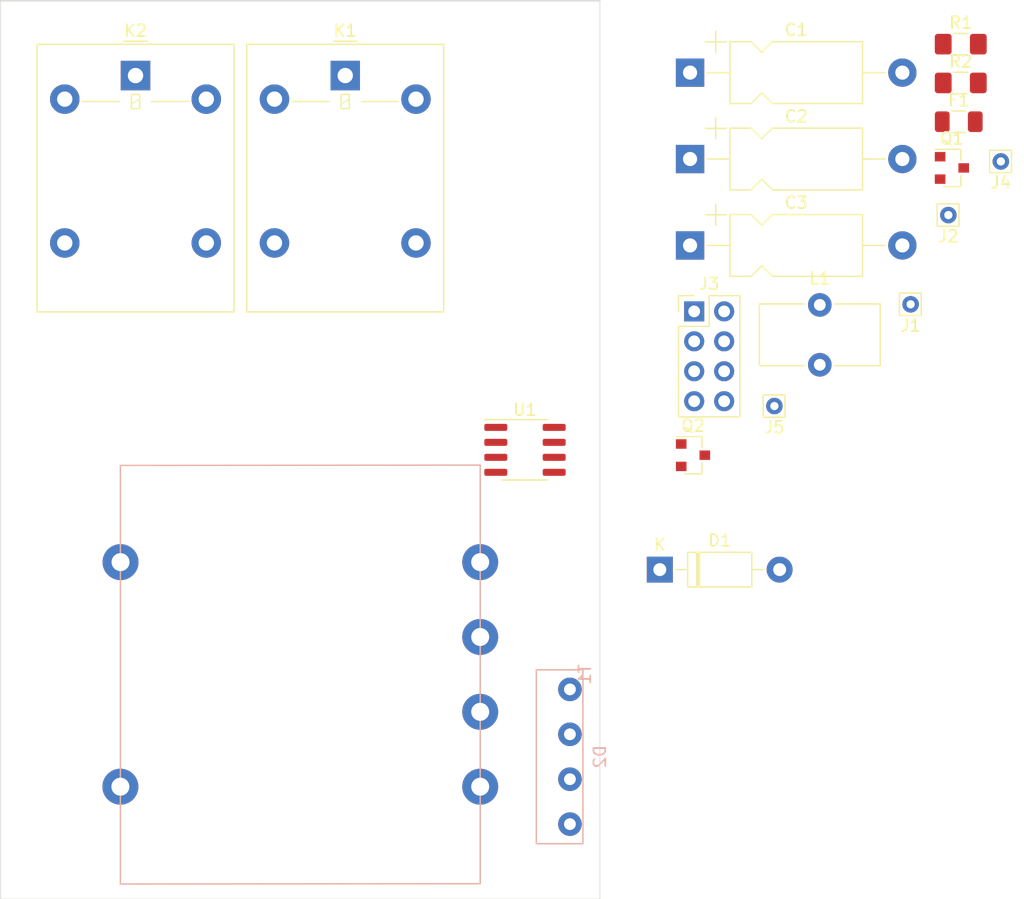
<source format=kicad_pcb>
(kicad_pcb (version 20171130) (host pcbnew 5.1.5+dfsg1-2build2)

  (general
    (thickness 1.6)
    (drawings 4)
    (tracks 0)
    (zones 0)
    (modules 20)
    (nets 17)
  )

  (page A4)
  (layers
    (0 F.Cu signal)
    (31 B.Cu signal)
    (32 B.Adhes user)
    (33 F.Adhes user)
    (34 B.Paste user)
    (35 F.Paste user)
    (36 B.SilkS user)
    (37 F.SilkS user)
    (38 B.Mask user)
    (39 F.Mask user)
    (40 Dwgs.User user)
    (41 Cmts.User user)
    (42 Eco1.User user)
    (43 Eco2.User user)
    (44 Edge.Cuts user)
    (45 Margin user)
    (46 B.CrtYd user)
    (47 F.CrtYd user)
    (48 B.Fab user)
    (49 F.Fab user)
  )

  (setup
    (last_trace_width 0.25)
    (trace_clearance 0.2)
    (zone_clearance 0.508)
    (zone_45_only no)
    (trace_min 0.2)
    (via_size 0.8)
    (via_drill 0.4)
    (via_min_size 0.4)
    (via_min_drill 0.3)
    (uvia_size 0.3)
    (uvia_drill 0.1)
    (uvias_allowed no)
    (uvia_min_size 0.2)
    (uvia_min_drill 0.1)
    (edge_width 0.05)
    (segment_width 0.2)
    (pcb_text_width 0.3)
    (pcb_text_size 1.5 1.5)
    (mod_edge_width 0.12)
    (mod_text_size 1 1)
    (mod_text_width 0.15)
    (pad_size 1.524 1.524)
    (pad_drill 0.762)
    (pad_to_mask_clearance 0.051)
    (solder_mask_min_width 0.25)
    (aux_axis_origin 0 0)
    (visible_elements FEFFFF7F)
    (pcbplotparams
      (layerselection 0x010fc_ffffffff)
      (usegerberextensions false)
      (usegerberattributes false)
      (usegerberadvancedattributes false)
      (creategerberjobfile false)
      (excludeedgelayer true)
      (linewidth 0.100000)
      (plotframeref false)
      (viasonmask false)
      (mode 1)
      (useauxorigin false)
      (hpglpennumber 1)
      (hpglpenspeed 20)
      (hpglpendiameter 15.000000)
      (psnegative false)
      (psa4output false)
      (plotreference true)
      (plotvalue true)
      (plotinvisibletext false)
      (padsonsilk false)
      (subtractmaskfromsilk false)
      (outputformat 1)
      (mirror false)
      (drillshape 1)
      (scaleselection 1)
      (outputdirectory ""))
  )

  (net 0 "")
  (net 1 GND)
  (net 2 +12V)
  (net 3 +3V3)
  (net 4 "Net-(D1-Pad1)")
  (net 5 "Net-(D2-Pad3)")
  (net 6 "Net-(D2-Pad2)")
  (net 7 "Net-(F1-Pad1)")
  (net 8 "Net-(J1-Pad1)")
  (net 9 "Net-(J2-Pad1)")
  (net 10 GPIO0)
  (net 11 GPIO2)
  (net 12 "Net-(J4-Pad1)")
  (net 13 "Net-(J5-Pad1)")
  (net 14 "Net-(K1-Pad2)")
  (net 15 "Net-(K2-Pad2)")
  (net 16 "Net-(T1-Pad6)")

  (net_class Default "This is the default net class."
    (clearance 0.2)
    (trace_width 0.25)
    (via_dia 0.8)
    (via_drill 0.4)
    (uvia_dia 0.3)
    (uvia_drill 0.1)
    (add_net +12V)
    (add_net +3V3)
    (add_net GND)
    (add_net GPIO0)
    (add_net GPIO1)
    (add_net GPIO2)
    (add_net GPIO3)
    (add_net "Net-(D1-Pad1)")
    (add_net "Net-(D2-Pad2)")
    (add_net "Net-(D2-Pad3)")
    (add_net "Net-(F1-Pad1)")
    (add_net "Net-(J1-Pad1)")
    (add_net "Net-(J2-Pad1)")
    (add_net "Net-(J3-Pad5)")
    (add_net "Net-(J4-Pad1)")
    (add_net "Net-(J5-Pad1)")
    (add_net "Net-(K1-Pad2)")
    (add_net "Net-(K1-Pad4)")
    (add_net "Net-(K2-Pad2)")
    (add_net "Net-(K2-Pad4)")
    (add_net "Net-(T1-Pad6)")
    (add_net "Net-(U1-Pad1)")
    (add_net "Net-(U1-Pad2)")
    (add_net "Net-(U1-Pad3)")
    (add_net VAC+)
    (add_net VAC-)
  )

  (module cad:F16-150-C2 (layer B.Cu) (tedit 5F813932) (tstamp 5F81E0C0)
    (at 25.4 57.15 90)
    (path /5F857634)
    (fp_text reference T1 (at 0 24.13 90) (layer B.SilkS)
      (effects (font (size 1 1) (thickness 0.15)) (justify mirror))
    )
    (fp_text value F16-150-C2 (at 0 25.4 90) (layer B.Fab)
      (effects (font (size 1 1) (thickness 0.15)) (justify mirror))
    )
    (fp_line (start 17.7292 -15.2527) (end 17.7546 15.2527) (layer B.SilkS) (width 0.12))
    (fp_line (start -17.7546 15.2527) (end -17.78 -15.2527) (layer B.SilkS) (width 0.12))
    (fp_line (start -17.78 -15.2527) (end 17.7292 -15.2527) (layer B.SilkS) (width 0.12))
    (fp_line (start -17.7546 15.2527) (end 17.7546 15.2527) (layer B.SilkS) (width 0.12))
    (pad 4 thru_hole circle (at 9.525 -15.24 90) (size 3.048 3.048) (drill 1.524) (layers *.Cu *.Mask))
    (pad 1 thru_hole circle (at -9.525 -15.2527 90) (size 3.048 3.048) (drill 1.524) (layers *.Cu *.Mask)
      (net 7 "Net-(F1-Pad1)"))
    (pad 8 thru_hole circle (at 9.525 15.2527 90) (size 3.048 3.048) (drill 1.524) (layers *.Cu *.Mask)
      (net 5 "Net-(D2-Pad3)"))
    (pad 7 thru_hole circle (at 3.175 15.2527 90) (size 3.048 3.048) (drill 1.524) (layers *.Cu *.Mask)
      (net 16 "Net-(T1-Pad6)"))
    (pad 6 thru_hole circle (at -3.175 15.2527 90) (size 3.048 3.048) (drill 1.524) (layers *.Cu *.Mask)
      (net 16 "Net-(T1-Pad6)"))
    (pad 5 thru_hole circle (at -9.525 15.2527 90) (size 3.048 3.048) (drill 1.524) (layers *.Cu *.Mask)
      (net 6 "Net-(D2-Pad2)"))
  )

  (module Package_SO:SOIC-8_3.9x4.9mm_P1.27mm (layer F.Cu) (tedit 5D9F72B1) (tstamp 5F81846D)
    (at 44.45 38.1)
    (descr "SOIC, 8 Pin (JEDEC MS-012AA, https://www.analog.com/media/en/package-pcb-resources/package/pkg_pdf/soic_narrow-r/r_8.pdf), generated with kicad-footprint-generator ipc_gullwing_generator.py")
    (tags "SOIC SO")
    (path /5F7D965B)
    (attr smd)
    (fp_text reference U1 (at 0 -3.4) (layer F.SilkS)
      (effects (font (size 1 1) (thickness 0.15)))
    )
    (fp_text value LM2594HVM-3.3 (at 0 3.4) (layer F.Fab)
      (effects (font (size 1 1) (thickness 0.15)))
    )
    (fp_text user %R (at 0 0) (layer F.Fab)
      (effects (font (size 0.98 0.98) (thickness 0.15)))
    )
    (fp_line (start 3.7 -2.7) (end -3.7 -2.7) (layer F.CrtYd) (width 0.05))
    (fp_line (start 3.7 2.7) (end 3.7 -2.7) (layer F.CrtYd) (width 0.05))
    (fp_line (start -3.7 2.7) (end 3.7 2.7) (layer F.CrtYd) (width 0.05))
    (fp_line (start -3.7 -2.7) (end -3.7 2.7) (layer F.CrtYd) (width 0.05))
    (fp_line (start -1.95 -1.475) (end -0.975 -2.45) (layer F.Fab) (width 0.1))
    (fp_line (start -1.95 2.45) (end -1.95 -1.475) (layer F.Fab) (width 0.1))
    (fp_line (start 1.95 2.45) (end -1.95 2.45) (layer F.Fab) (width 0.1))
    (fp_line (start 1.95 -2.45) (end 1.95 2.45) (layer F.Fab) (width 0.1))
    (fp_line (start -0.975 -2.45) (end 1.95 -2.45) (layer F.Fab) (width 0.1))
    (fp_line (start 0 -2.56) (end -3.45 -2.56) (layer F.SilkS) (width 0.12))
    (fp_line (start 0 -2.56) (end 1.95 -2.56) (layer F.SilkS) (width 0.12))
    (fp_line (start 0 2.56) (end -1.95 2.56) (layer F.SilkS) (width 0.12))
    (fp_line (start 0 2.56) (end 1.95 2.56) (layer F.SilkS) (width 0.12))
    (pad 8 smd roundrect (at 2.475 -1.905) (size 1.95 0.6) (layers F.Cu F.Paste F.Mask) (roundrect_rratio 0.25)
      (net 4 "Net-(D1-Pad1)"))
    (pad 7 smd roundrect (at 2.475 -0.635) (size 1.95 0.6) (layers F.Cu F.Paste F.Mask) (roundrect_rratio 0.25)
      (net 2 +12V))
    (pad 6 smd roundrect (at 2.475 0.635) (size 1.95 0.6) (layers F.Cu F.Paste F.Mask) (roundrect_rratio 0.25)
      (net 1 GND))
    (pad 5 smd roundrect (at 2.475 1.905) (size 1.95 0.6) (layers F.Cu F.Paste F.Mask) (roundrect_rratio 0.25)
      (net 1 GND))
    (pad 4 smd roundrect (at -2.475 1.905) (size 1.95 0.6) (layers F.Cu F.Paste F.Mask) (roundrect_rratio 0.25)
      (net 3 +3V3))
    (pad 3 smd roundrect (at -2.475 0.635) (size 1.95 0.6) (layers F.Cu F.Paste F.Mask) (roundrect_rratio 0.25))
    (pad 2 smd roundrect (at -2.475 -0.635) (size 1.95 0.6) (layers F.Cu F.Paste F.Mask) (roundrect_rratio 0.25))
    (pad 1 smd roundrect (at -2.475 -1.905) (size 1.95 0.6) (layers F.Cu F.Paste F.Mask) (roundrect_rratio 0.25))
    (model ${KISYS3DMOD}/Package_SO.3dshapes/SOIC-8_3.9x4.9mm_P1.27mm.wrl
      (at (xyz 0 0 0))
      (scale (xyz 1 1 1))
      (rotate (xyz 0 0 0))
    )
  )

  (module Resistor_SMD:R_1206_3216Metric_Pad1.42x1.75mm_HandSolder (layer F.Cu) (tedit 5B301BBD) (tstamp 5F8178CA)
    (at 81.395001 6.975001)
    (descr "Resistor SMD 1206 (3216 Metric), square (rectangular) end terminal, IPC_7351 nominal with elongated pad for handsoldering. (Body size source: http://www.tortai-tech.com/upload/download/2011102023233369053.pdf), generated with kicad-footprint-generator")
    (tags "resistor handsolder")
    (path /5F8DB9CA)
    (attr smd)
    (fp_text reference R2 (at 0 -1.82) (layer F.SilkS)
      (effects (font (size 1 1) (thickness 0.15)))
    )
    (fp_text value 10K (at 0 1.82) (layer F.Fab)
      (effects (font (size 1 1) (thickness 0.15)))
    )
    (fp_text user %R (at 0 0) (layer F.Fab)
      (effects (font (size 0.8 0.8) (thickness 0.12)))
    )
    (fp_line (start 2.45 1.12) (end -2.45 1.12) (layer F.CrtYd) (width 0.05))
    (fp_line (start 2.45 -1.12) (end 2.45 1.12) (layer F.CrtYd) (width 0.05))
    (fp_line (start -2.45 -1.12) (end 2.45 -1.12) (layer F.CrtYd) (width 0.05))
    (fp_line (start -2.45 1.12) (end -2.45 -1.12) (layer F.CrtYd) (width 0.05))
    (fp_line (start -0.602064 0.91) (end 0.602064 0.91) (layer F.SilkS) (width 0.12))
    (fp_line (start -0.602064 -0.91) (end 0.602064 -0.91) (layer F.SilkS) (width 0.12))
    (fp_line (start 1.6 0.8) (end -1.6 0.8) (layer F.Fab) (width 0.1))
    (fp_line (start 1.6 -0.8) (end 1.6 0.8) (layer F.Fab) (width 0.1))
    (fp_line (start -1.6 -0.8) (end 1.6 -0.8) (layer F.Fab) (width 0.1))
    (fp_line (start -1.6 0.8) (end -1.6 -0.8) (layer F.Fab) (width 0.1))
    (pad 2 smd roundrect (at 1.4875 0) (size 1.425 1.75) (layers F.Cu F.Paste F.Mask) (roundrect_rratio 0.175439)
      (net 1 GND))
    (pad 1 smd roundrect (at -1.4875 0) (size 1.425 1.75) (layers F.Cu F.Paste F.Mask) (roundrect_rratio 0.175439)
      (net 10 GPIO0))
    (model ${KISYS3DMOD}/Resistor_SMD.3dshapes/R_1206_3216Metric.wrl
      (at (xyz 0 0 0))
      (scale (xyz 1 1 1))
      (rotate (xyz 0 0 0))
    )
  )

  (module Resistor_SMD:R_1206_3216Metric_Pad1.42x1.75mm_HandSolder (layer F.Cu) (tedit 5B301BBD) (tstamp 5F8178B9)
    (at 81.395001 3.685001)
    (descr "Resistor SMD 1206 (3216 Metric), square (rectangular) end terminal, IPC_7351 nominal with elongated pad for handsoldering. (Body size source: http://www.tortai-tech.com/upload/download/2011102023233369053.pdf), generated with kicad-footprint-generator")
    (tags "resistor handsolder")
    (path /5F84B17D)
    (attr smd)
    (fp_text reference R1 (at 0 -1.82) (layer F.SilkS)
      (effects (font (size 1 1) (thickness 0.15)))
    )
    (fp_text value 10K (at 0 1.82) (layer F.Fab)
      (effects (font (size 1 1) (thickness 0.15)))
    )
    (fp_text user %R (at 0 0) (layer F.Fab)
      (effects (font (size 0.8 0.8) (thickness 0.12)))
    )
    (fp_line (start 2.45 1.12) (end -2.45 1.12) (layer F.CrtYd) (width 0.05))
    (fp_line (start 2.45 -1.12) (end 2.45 1.12) (layer F.CrtYd) (width 0.05))
    (fp_line (start -2.45 -1.12) (end 2.45 -1.12) (layer F.CrtYd) (width 0.05))
    (fp_line (start -2.45 1.12) (end -2.45 -1.12) (layer F.CrtYd) (width 0.05))
    (fp_line (start -0.602064 0.91) (end 0.602064 0.91) (layer F.SilkS) (width 0.12))
    (fp_line (start -0.602064 -0.91) (end 0.602064 -0.91) (layer F.SilkS) (width 0.12))
    (fp_line (start 1.6 0.8) (end -1.6 0.8) (layer F.Fab) (width 0.1))
    (fp_line (start 1.6 -0.8) (end 1.6 0.8) (layer F.Fab) (width 0.1))
    (fp_line (start -1.6 -0.8) (end 1.6 -0.8) (layer F.Fab) (width 0.1))
    (fp_line (start -1.6 0.8) (end -1.6 -0.8) (layer F.Fab) (width 0.1))
    (pad 2 smd roundrect (at 1.4875 0) (size 1.425 1.75) (layers F.Cu F.Paste F.Mask) (roundrect_rratio 0.175439)
      (net 1 GND))
    (pad 1 smd roundrect (at -1.4875 0) (size 1.425 1.75) (layers F.Cu F.Paste F.Mask) (roundrect_rratio 0.175439)
      (net 11 GPIO2))
    (model ${KISYS3DMOD}/Resistor_SMD.3dshapes/R_1206_3216Metric.wrl
      (at (xyz 0 0 0))
      (scale (xyz 1 1 1))
      (rotate (xyz 0 0 0))
    )
  )

  (module Package_TO_SOT_SMD:SOT-23 (layer F.Cu) (tedit 5A02FF57) (tstamp 5F8178A8)
    (at 58.695001 38.555001)
    (descr "SOT-23, Standard")
    (tags SOT-23)
    (path /5F8DB9D5)
    (attr smd)
    (fp_text reference Q2 (at 0 -2.5) (layer F.SilkS)
      (effects (font (size 1 1) (thickness 0.15)))
    )
    (fp_text value BSS138 (at 0 2.5) (layer F.Fab)
      (effects (font (size 1 1) (thickness 0.15)))
    )
    (fp_line (start 0.76 1.58) (end -0.7 1.58) (layer F.SilkS) (width 0.12))
    (fp_line (start 0.76 -1.58) (end -1.4 -1.58) (layer F.SilkS) (width 0.12))
    (fp_line (start -1.7 1.75) (end -1.7 -1.75) (layer F.CrtYd) (width 0.05))
    (fp_line (start 1.7 1.75) (end -1.7 1.75) (layer F.CrtYd) (width 0.05))
    (fp_line (start 1.7 -1.75) (end 1.7 1.75) (layer F.CrtYd) (width 0.05))
    (fp_line (start -1.7 -1.75) (end 1.7 -1.75) (layer F.CrtYd) (width 0.05))
    (fp_line (start 0.76 -1.58) (end 0.76 -0.65) (layer F.SilkS) (width 0.12))
    (fp_line (start 0.76 1.58) (end 0.76 0.65) (layer F.SilkS) (width 0.12))
    (fp_line (start -0.7 1.52) (end 0.7 1.52) (layer F.Fab) (width 0.1))
    (fp_line (start 0.7 -1.52) (end 0.7 1.52) (layer F.Fab) (width 0.1))
    (fp_line (start -0.7 -0.95) (end -0.15 -1.52) (layer F.Fab) (width 0.1))
    (fp_line (start -0.15 -1.52) (end 0.7 -1.52) (layer F.Fab) (width 0.1))
    (fp_line (start -0.7 -0.95) (end -0.7 1.5) (layer F.Fab) (width 0.1))
    (fp_text user %R (at 0 0 90) (layer F.Fab)
      (effects (font (size 0.5 0.5) (thickness 0.075)))
    )
    (pad 3 smd rect (at 1 0) (size 0.9 0.8) (layers F.Cu F.Paste F.Mask)
      (net 15 "Net-(K2-Pad2)"))
    (pad 2 smd rect (at -1 0.95) (size 0.9 0.8) (layers F.Cu F.Paste F.Mask)
      (net 1 GND))
    (pad 1 smd rect (at -1 -0.95) (size 0.9 0.8) (layers F.Cu F.Paste F.Mask)
      (net 10 GPIO0))
    (model ${KISYS3DMOD}/Package_TO_SOT_SMD.3dshapes/SOT-23.wrl
      (at (xyz 0 0 0))
      (scale (xyz 1 1 1))
      (rotate (xyz 0 0 0))
    )
  )

  (module Package_TO_SOT_SMD:SOT-23 (layer F.Cu) (tedit 5A02FF57) (tstamp 5F817893)
    (at 80.645001 14.185001)
    (descr "SOT-23, Standard")
    (tags SOT-23)
    (path /5F846AA5)
    (attr smd)
    (fp_text reference Q1 (at 0 -2.5) (layer F.SilkS)
      (effects (font (size 1 1) (thickness 0.15)))
    )
    (fp_text value BSS138 (at 0 2.5) (layer F.Fab)
      (effects (font (size 1 1) (thickness 0.15)))
    )
    (fp_line (start 0.76 1.58) (end -0.7 1.58) (layer F.SilkS) (width 0.12))
    (fp_line (start 0.76 -1.58) (end -1.4 -1.58) (layer F.SilkS) (width 0.12))
    (fp_line (start -1.7 1.75) (end -1.7 -1.75) (layer F.CrtYd) (width 0.05))
    (fp_line (start 1.7 1.75) (end -1.7 1.75) (layer F.CrtYd) (width 0.05))
    (fp_line (start 1.7 -1.75) (end 1.7 1.75) (layer F.CrtYd) (width 0.05))
    (fp_line (start -1.7 -1.75) (end 1.7 -1.75) (layer F.CrtYd) (width 0.05))
    (fp_line (start 0.76 -1.58) (end 0.76 -0.65) (layer F.SilkS) (width 0.12))
    (fp_line (start 0.76 1.58) (end 0.76 0.65) (layer F.SilkS) (width 0.12))
    (fp_line (start -0.7 1.52) (end 0.7 1.52) (layer F.Fab) (width 0.1))
    (fp_line (start 0.7 -1.52) (end 0.7 1.52) (layer F.Fab) (width 0.1))
    (fp_line (start -0.7 -0.95) (end -0.15 -1.52) (layer F.Fab) (width 0.1))
    (fp_line (start -0.15 -1.52) (end 0.7 -1.52) (layer F.Fab) (width 0.1))
    (fp_line (start -0.7 -0.95) (end -0.7 1.5) (layer F.Fab) (width 0.1))
    (fp_text user %R (at 0 0 90) (layer F.Fab)
      (effects (font (size 0.5 0.5) (thickness 0.075)))
    )
    (pad 3 smd rect (at 1 0) (size 0.9 0.8) (layers F.Cu F.Paste F.Mask)
      (net 14 "Net-(K1-Pad2)"))
    (pad 2 smd rect (at -1 0.95) (size 0.9 0.8) (layers F.Cu F.Paste F.Mask)
      (net 1 GND))
    (pad 1 smd rect (at -1 -0.95) (size 0.9 0.8) (layers F.Cu F.Paste F.Mask)
      (net 11 GPIO2))
    (model ${KISYS3DMOD}/Package_TO_SOT_SMD.3dshapes/SOT-23.wrl
      (at (xyz 0 0 0))
      (scale (xyz 1 1 1))
      (rotate (xyz 0 0 0))
    )
  )

  (module Inductor_THT:L_Toroid_Vertical_L10.0mm_W5.0mm_P5.08mm (layer F.Cu) (tedit 5AE59B06) (tstamp 5F81787E)
    (at 69.445001 25.805001)
    (descr "L_Toroid, Vertical series, Radial, pin pitch=5.08mm, , length*width=10*5mm^2")
    (tags "L_Toroid Vertical series Radial pin pitch 5.08mm  length 10mm width 5mm")
    (path /5F7D96AB)
    (fp_text reference L1 (at 0 -2.25) (layer F.SilkS)
      (effects (font (size 1 1) (thickness 0.15)))
    )
    (fp_text value 150uH (at 0 7.33) (layer F.Fab)
      (effects (font (size 1 1) (thickness 0.15)))
    )
    (fp_text user %R (at 2.54 0) (layer F.Fab)
      (effects (font (size 1 1) (thickness 0.15)))
    )
    (fp_line (start 5.25 -1.25) (end -5.25 -1.25) (layer F.CrtYd) (width 0.05))
    (fp_line (start 5.25 6.33) (end 5.25 -1.25) (layer F.CrtYd) (width 0.05))
    (fp_line (start -5.25 6.33) (end 5.25 6.33) (layer F.CrtYd) (width 0.05))
    (fp_line (start -5.25 -1.25) (end -5.25 6.33) (layer F.CrtYd) (width 0.05))
    (fp_line (start 5.12 -0.08) (end 5.12 5.16) (layer F.SilkS) (width 0.12))
    (fp_line (start -5.12 -0.08) (end -5.12 5.16) (layer F.SilkS) (width 0.12))
    (fp_line (start 1.255 5.16) (end 5.12 5.16) (layer F.SilkS) (width 0.12))
    (fp_line (start -5.12 5.16) (end -1.255 5.16) (layer F.SilkS) (width 0.12))
    (fp_line (start 1.255 -0.08) (end 5.12 -0.08) (layer F.SilkS) (width 0.12))
    (fp_line (start -5.12 -0.08) (end -1.255 -0.08) (layer F.SilkS) (width 0.12))
    (fp_line (start 3.2 0) (end 3.6 5.08) (layer F.Fab) (width 0.1))
    (fp_line (start 2.4 0) (end 2.8 5.08) (layer F.Fab) (width 0.1))
    (fp_line (start 1.6 0) (end 2 5.08) (layer F.Fab) (width 0.1))
    (fp_line (start 0.8 0) (end 1.2 5.08) (layer F.Fab) (width 0.1))
    (fp_line (start 0 0) (end 0.4 5.08) (layer F.Fab) (width 0.1))
    (fp_line (start -0.8 0) (end -0.4 5.08) (layer F.Fab) (width 0.1))
    (fp_line (start -1.6 0) (end -1.2 5.08) (layer F.Fab) (width 0.1))
    (fp_line (start -2.4 0) (end -2 5.08) (layer F.Fab) (width 0.1))
    (fp_line (start -3.2 0) (end -2.8 5.08) (layer F.Fab) (width 0.1))
    (fp_line (start -4 0) (end -3.6 5.08) (layer F.Fab) (width 0.1))
    (fp_line (start 4 0) (end -4 0) (layer F.Fab) (width 0.1))
    (fp_line (start 4 5.08) (end 4 0) (layer F.Fab) (width 0.1))
    (fp_line (start -4 5.08) (end 4 5.08) (layer F.Fab) (width 0.1))
    (fp_line (start -4 0) (end -4 5.08) (layer F.Fab) (width 0.1))
    (fp_line (start 5 0.04) (end -5 0.04) (layer F.Fab) (width 0.1))
    (fp_line (start 5 5.04) (end 5 0.04) (layer F.Fab) (width 0.1))
    (fp_line (start -5 5.04) (end 5 5.04) (layer F.Fab) (width 0.1))
    (fp_line (start -5 0.04) (end -5 5.04) (layer F.Fab) (width 0.1))
    (pad 2 thru_hole circle (at 0 5.08) (size 2 2) (drill 1) (layers *.Cu *.Mask)
      (net 3 +3V3))
    (pad 1 thru_hole circle (at 0 0) (size 2 2) (drill 1) (layers *.Cu *.Mask)
      (net 4 "Net-(D1-Pad1)"))
    (model ${KISYS3DMOD}/Inductor_THT.3dshapes/L_Toroid_Vertical_L10.0mm_W5.0mm_P5.08mm.wrl
      (at (xyz 0 0 0))
      (scale (xyz 1 1 1))
      (rotate (xyz 0 0 0))
    )
  )

  (module Relay_THT:Relay_SPDT_Omron-G5LE-1 (layer F.Cu) (tedit 5AE38B37) (tstamp 5F81785B)
    (at 11.43 6.35)
    (descr "Omron Relay SPDT, http://www.omron.com/ecb/products/pdf/en-g5le.pdf")
    (tags "Omron Relay SPDT")
    (path /5F8DB9AD)
    (fp_text reference K2 (at 0 -3.8) (layer F.SilkS)
      (effects (font (size 1 1) (thickness 0.15)))
    )
    (fp_text value G5LE-1 (at 0 20.95) (layer F.Fab)
      (effects (font (size 1 1) (thickness 0.15)))
    )
    (fp_text user %R (at 0 8.7) (layer F.Fab)
      (effects (font (size 1 1) (thickness 0.15)))
    )
    (fp_line (start -8.5 20.2) (end 8.5 20.2) (layer F.CrtYd) (width 0.05))
    (fp_line (start -8.5 -2.8) (end -8.5 20.2) (layer F.CrtYd) (width 0.05))
    (fp_line (start 8.5 -2.8) (end -8.5 -2.8) (layer F.CrtYd) (width 0.05))
    (fp_line (start 8.5 20.2) (end 8.5 -2.8) (layer F.CrtYd) (width 0.05))
    (fp_line (start 1.35 2.2) (end 4.5 2.2) (layer F.SilkS) (width 0.12))
    (fp_line (start -4.5 2.2) (end -1.35 2.2) (layer F.SilkS) (width 0.12))
    (fp_line (start -1 -2.91) (end 1 -2.91) (layer F.SilkS) (width 0.12))
    (fp_line (start -0.35 2.8) (end 0.35 2.8) (layer F.SilkS) (width 0.12))
    (fp_line (start -0.35 1.6) (end -0.35 2.8) (layer F.SilkS) (width 0.12))
    (fp_line (start 0.35 1.6) (end -0.35 1.6) (layer F.SilkS) (width 0.12))
    (fp_line (start 0.35 2.8) (end 0.35 1.6) (layer F.SilkS) (width 0.12))
    (fp_line (start -0.35 2.4) (end 0.35 2) (layer F.SilkS) (width 0.12))
    (fp_line (start -8.35 20.05) (end 8.35 20.05) (layer F.SilkS) (width 0.12))
    (fp_line (start -8.35 -2.65) (end -8.35 20.05) (layer F.SilkS) (width 0.12))
    (fp_line (start 8.35 -2.65) (end -8.35 -2.65) (layer F.SilkS) (width 0.12))
    (fp_line (start 8.35 20.05) (end 8.35 -2.65) (layer F.SilkS) (width 0.12))
    (fp_line (start -4.5 2) (end 4.5 2) (layer F.Fab) (width 0.1))
    (fp_line (start -1 -2.55) (end 0 -1.55) (layer F.Fab) (width 0.1))
    (fp_line (start -8.25 -2.55) (end -1 -2.55) (layer F.Fab) (width 0.1))
    (fp_line (start -8.25 19.95) (end -8.25 -2.55) (layer F.Fab) (width 0.1))
    (fp_line (start 8.25 19.95) (end -8.25 19.95) (layer F.Fab) (width 0.1))
    (fp_line (start 8.25 -2.55) (end 8.25 19.95) (layer F.Fab) (width 0.1))
    (fp_line (start 1 -2.55) (end 8.25 -2.55) (layer F.Fab) (width 0.1))
    (fp_line (start 0 -1.55) (end 1 -2.55) (layer F.Fab) (width 0.1))
    (pad 5 thru_hole oval (at 6 2) (size 2.5 2.5) (drill 1.3) (layers *.Cu *.Mask)
      (net 2 +12V))
    (pad 4 thru_hole oval (at 6 14.2) (size 2.5 2.5) (drill 1.3) (layers *.Cu *.Mask))
    (pad 3 thru_hole oval (at -6 14.2) (size 2.5 2.5) (drill 1.3) (layers *.Cu *.Mask)
      (net 13 "Net-(J5-Pad1)"))
    (pad 2 thru_hole oval (at -6 2) (size 2.5 2.5) (drill 1.3) (layers *.Cu *.Mask)
      (net 15 "Net-(K2-Pad2)"))
    (pad 1 thru_hole rect (at 0 0) (size 2.5 2.5) (drill 1.3) (layers *.Cu *.Mask)
      (net 9 "Net-(J2-Pad1)"))
    (model ${KISYS3DMOD}/Relay_THT.3dshapes/Relay_SPDT_Omron-G5LE-1.wrl
      (at (xyz 0 0 0))
      (scale (xyz 1 1 1))
      (rotate (xyz 0 0 0))
    )
  )

  (module Relay_THT:Relay_SPDT_Omron-G5LE-1 (layer F.Cu) (tedit 5AE38B37) (tstamp 5F817839)
    (at 29.21 6.35)
    (descr "Omron Relay SPDT, http://www.omron.com/ecb/products/pdf/en-g5le.pdf")
    (tags "Omron Relay SPDT")
    (path /5F83EE27)
    (fp_text reference K1 (at 0 -3.8) (layer F.SilkS)
      (effects (font (size 1 1) (thickness 0.15)))
    )
    (fp_text value G5LE-1 (at 0 20.95) (layer F.Fab)
      (effects (font (size 1 1) (thickness 0.15)))
    )
    (fp_text user %R (at 0 8.7) (layer F.Fab)
      (effects (font (size 1 1) (thickness 0.15)))
    )
    (fp_line (start -8.5 20.2) (end 8.5 20.2) (layer F.CrtYd) (width 0.05))
    (fp_line (start -8.5 -2.8) (end -8.5 20.2) (layer F.CrtYd) (width 0.05))
    (fp_line (start 8.5 -2.8) (end -8.5 -2.8) (layer F.CrtYd) (width 0.05))
    (fp_line (start 8.5 20.2) (end 8.5 -2.8) (layer F.CrtYd) (width 0.05))
    (fp_line (start 1.35 2.2) (end 4.5 2.2) (layer F.SilkS) (width 0.12))
    (fp_line (start -4.5 2.2) (end -1.35 2.2) (layer F.SilkS) (width 0.12))
    (fp_line (start -1 -2.91) (end 1 -2.91) (layer F.SilkS) (width 0.12))
    (fp_line (start -0.35 2.8) (end 0.35 2.8) (layer F.SilkS) (width 0.12))
    (fp_line (start -0.35 1.6) (end -0.35 2.8) (layer F.SilkS) (width 0.12))
    (fp_line (start 0.35 1.6) (end -0.35 1.6) (layer F.SilkS) (width 0.12))
    (fp_line (start 0.35 2.8) (end 0.35 1.6) (layer F.SilkS) (width 0.12))
    (fp_line (start -0.35 2.4) (end 0.35 2) (layer F.SilkS) (width 0.12))
    (fp_line (start -8.35 20.05) (end 8.35 20.05) (layer F.SilkS) (width 0.12))
    (fp_line (start -8.35 -2.65) (end -8.35 20.05) (layer F.SilkS) (width 0.12))
    (fp_line (start 8.35 -2.65) (end -8.35 -2.65) (layer F.SilkS) (width 0.12))
    (fp_line (start 8.35 20.05) (end 8.35 -2.65) (layer F.SilkS) (width 0.12))
    (fp_line (start -4.5 2) (end 4.5 2) (layer F.Fab) (width 0.1))
    (fp_line (start -1 -2.55) (end 0 -1.55) (layer F.Fab) (width 0.1))
    (fp_line (start -8.25 -2.55) (end -1 -2.55) (layer F.Fab) (width 0.1))
    (fp_line (start -8.25 19.95) (end -8.25 -2.55) (layer F.Fab) (width 0.1))
    (fp_line (start 8.25 19.95) (end -8.25 19.95) (layer F.Fab) (width 0.1))
    (fp_line (start 8.25 -2.55) (end 8.25 19.95) (layer F.Fab) (width 0.1))
    (fp_line (start 1 -2.55) (end 8.25 -2.55) (layer F.Fab) (width 0.1))
    (fp_line (start 0 -1.55) (end 1 -2.55) (layer F.Fab) (width 0.1))
    (pad 5 thru_hole oval (at 6 2) (size 2.5 2.5) (drill 1.3) (layers *.Cu *.Mask)
      (net 2 +12V))
    (pad 4 thru_hole oval (at 6 14.2) (size 2.5 2.5) (drill 1.3) (layers *.Cu *.Mask))
    (pad 3 thru_hole oval (at -6 14.2) (size 2.5 2.5) (drill 1.3) (layers *.Cu *.Mask)
      (net 12 "Net-(J4-Pad1)"))
    (pad 2 thru_hole oval (at -6 2) (size 2.5 2.5) (drill 1.3) (layers *.Cu *.Mask)
      (net 14 "Net-(K1-Pad2)"))
    (pad 1 thru_hole rect (at 0 0) (size 2.5 2.5) (drill 1.3) (layers *.Cu *.Mask)
      (net 8 "Net-(J1-Pad1)"))
    (model ${KISYS3DMOD}/Relay_THT.3dshapes/Relay_SPDT_Omron-G5LE-1.wrl
      (at (xyz 0 0 0))
      (scale (xyz 1 1 1))
      (rotate (xyz 0 0 0))
    )
  )

  (module Connector_Pin:Pin_D0.7mm_L6.5mm_W1.8mm_FlatFork (layer F.Cu) (tedit 5A1DC084) (tstamp 5F817817)
    (at 65.595001 34.385001)
    (descr "solder Pin_ with flat fork, hole diameter 0.7mm, length 6.5mm, width 1.8mm")
    (tags "solder Pin_ with flat fork")
    (path /5F8DB9F6)
    (fp_text reference J5 (at 0 1.8) (layer F.SilkS)
      (effects (font (size 1 1) (thickness 0.15)))
    )
    (fp_text value IN2- (at 0 -1.8) (layer F.Fab)
      (effects (font (size 1 1) (thickness 0.15)))
    )
    (fp_line (start 1.35 1.2) (end -1.4 1.2) (layer F.CrtYd) (width 0.05))
    (fp_line (start 1.35 1.2) (end 1.35 -1.2) (layer F.CrtYd) (width 0.05))
    (fp_line (start -1.4 -1.2) (end -1.4 1.2) (layer F.CrtYd) (width 0.05))
    (fp_line (start -1.4 -1.2) (end 1.35 -1.2) (layer F.CrtYd) (width 0.05))
    (fp_line (start -0.9 0.25) (end -0.9 -0.25) (layer F.Fab) (width 0.12))
    (fp_line (start 0.85 0.25) (end -0.9 0.25) (layer F.Fab) (width 0.12))
    (fp_line (start 0.85 -0.25) (end 0.85 0.25) (layer F.Fab) (width 0.12))
    (fp_line (start -0.9 -0.25) (end 0.85 -0.25) (layer F.Fab) (width 0.12))
    (fp_line (start 0.9 -0.95) (end -0.95 -0.95) (layer F.SilkS) (width 0.12))
    (fp_line (start 0.9 -0.9) (end 0.9 -0.95) (layer F.SilkS) (width 0.12))
    (fp_line (start 0.9 0.95) (end 0.9 -0.9) (layer F.SilkS) (width 0.12))
    (fp_line (start -0.95 0.95) (end 0.9 0.95) (layer F.SilkS) (width 0.12))
    (fp_line (start -0.95 -0.95) (end -0.95 0.95) (layer F.SilkS) (width 0.12))
    (fp_text user %R (at 0 1.8) (layer F.Fab)
      (effects (font (size 1 1) (thickness 0.15)))
    )
    (pad 1 thru_hole circle (at 0 0) (size 1.4 1.4) (drill 0.7) (layers *.Cu *.Mask)
      (net 13 "Net-(J5-Pad1)"))
    (model ${KISYS3DMOD}/Connector_Pin.3dshapes/Pin_D0.7mm_L6.5mm_W1.8mm_FlatFork.wrl
      (at (xyz 0 0 0))
      (scale (xyz 1 1 1))
      (rotate (xyz 0 0 0))
    )
  )

  (module Connector_Pin:Pin_D0.7mm_L6.5mm_W1.8mm_FlatFork (layer F.Cu) (tedit 5A1DC084) (tstamp 5F817804)
    (at 84.795001 13.635001)
    (descr "solder Pin_ with flat fork, hole diameter 0.7mm, length 6.5mm, width 1.8mm")
    (tags "solder Pin_ with flat fork")
    (path /5F8BEFE5)
    (fp_text reference J4 (at 0 1.8) (layer F.SilkS)
      (effects (font (size 1 1) (thickness 0.15)))
    )
    (fp_text value IN1- (at 0 -1.8) (layer F.Fab)
      (effects (font (size 1 1) (thickness 0.15)))
    )
    (fp_line (start 1.35 1.2) (end -1.4 1.2) (layer F.CrtYd) (width 0.05))
    (fp_line (start 1.35 1.2) (end 1.35 -1.2) (layer F.CrtYd) (width 0.05))
    (fp_line (start -1.4 -1.2) (end -1.4 1.2) (layer F.CrtYd) (width 0.05))
    (fp_line (start -1.4 -1.2) (end 1.35 -1.2) (layer F.CrtYd) (width 0.05))
    (fp_line (start -0.9 0.25) (end -0.9 -0.25) (layer F.Fab) (width 0.12))
    (fp_line (start 0.85 0.25) (end -0.9 0.25) (layer F.Fab) (width 0.12))
    (fp_line (start 0.85 -0.25) (end 0.85 0.25) (layer F.Fab) (width 0.12))
    (fp_line (start -0.9 -0.25) (end 0.85 -0.25) (layer F.Fab) (width 0.12))
    (fp_line (start 0.9 -0.95) (end -0.95 -0.95) (layer F.SilkS) (width 0.12))
    (fp_line (start 0.9 -0.9) (end 0.9 -0.95) (layer F.SilkS) (width 0.12))
    (fp_line (start 0.9 0.95) (end 0.9 -0.9) (layer F.SilkS) (width 0.12))
    (fp_line (start -0.95 0.95) (end 0.9 0.95) (layer F.SilkS) (width 0.12))
    (fp_line (start -0.95 -0.95) (end -0.95 0.95) (layer F.SilkS) (width 0.12))
    (fp_text user %R (at 0 1.8) (layer F.Fab)
      (effects (font (size 1 1) (thickness 0.15)))
    )
    (pad 1 thru_hole circle (at 0 0) (size 1.4 1.4) (drill 0.7) (layers *.Cu *.Mask)
      (net 12 "Net-(J4-Pad1)"))
    (model ${KISYS3DMOD}/Connector_Pin.3dshapes/Pin_D0.7mm_L6.5mm_W1.8mm_FlatFork.wrl
      (at (xyz 0 0 0))
      (scale (xyz 1 1 1))
      (rotate (xyz 0 0 0))
    )
  )

  (module Connector_PinHeader_2.54mm:PinHeader_2x04_P2.54mm_Vertical (layer F.Cu) (tedit 59FED5CC) (tstamp 5F8177F1)
    (at 58.795001 26.355001)
    (descr "Through hole straight pin header, 2x04, 2.54mm pitch, double rows")
    (tags "Through hole pin header THT 2x04 2.54mm double row")
    (path /5F7FE8C1)
    (fp_text reference J3 (at 1.27 -2.33) (layer F.SilkS)
      (effects (font (size 1 1) (thickness 0.15)))
    )
    (fp_text value ESP8266 (at 1.27 9.95) (layer F.Fab)
      (effects (font (size 1 1) (thickness 0.15)))
    )
    (fp_text user %R (at 1.27 3.81 90) (layer F.Fab)
      (effects (font (size 1 1) (thickness 0.15)))
    )
    (fp_line (start 4.35 -1.8) (end -1.8 -1.8) (layer F.CrtYd) (width 0.05))
    (fp_line (start 4.35 9.4) (end 4.35 -1.8) (layer F.CrtYd) (width 0.05))
    (fp_line (start -1.8 9.4) (end 4.35 9.4) (layer F.CrtYd) (width 0.05))
    (fp_line (start -1.8 -1.8) (end -1.8 9.4) (layer F.CrtYd) (width 0.05))
    (fp_line (start -1.33 -1.33) (end 0 -1.33) (layer F.SilkS) (width 0.12))
    (fp_line (start -1.33 0) (end -1.33 -1.33) (layer F.SilkS) (width 0.12))
    (fp_line (start 1.27 -1.33) (end 3.87 -1.33) (layer F.SilkS) (width 0.12))
    (fp_line (start 1.27 1.27) (end 1.27 -1.33) (layer F.SilkS) (width 0.12))
    (fp_line (start -1.33 1.27) (end 1.27 1.27) (layer F.SilkS) (width 0.12))
    (fp_line (start 3.87 -1.33) (end 3.87 8.95) (layer F.SilkS) (width 0.12))
    (fp_line (start -1.33 1.27) (end -1.33 8.95) (layer F.SilkS) (width 0.12))
    (fp_line (start -1.33 8.95) (end 3.87 8.95) (layer F.SilkS) (width 0.12))
    (fp_line (start -1.27 0) (end 0 -1.27) (layer F.Fab) (width 0.1))
    (fp_line (start -1.27 8.89) (end -1.27 0) (layer F.Fab) (width 0.1))
    (fp_line (start 3.81 8.89) (end -1.27 8.89) (layer F.Fab) (width 0.1))
    (fp_line (start 3.81 -1.27) (end 3.81 8.89) (layer F.Fab) (width 0.1))
    (fp_line (start 0 -1.27) (end 3.81 -1.27) (layer F.Fab) (width 0.1))
    (pad 8 thru_hole oval (at 2.54 7.62) (size 1.7 1.7) (drill 1) (layers *.Cu *.Mask))
    (pad 7 thru_hole oval (at 0 7.62) (size 1.7 1.7) (drill 1) (layers *.Cu *.Mask)
      (net 3 +3V3))
    (pad 6 thru_hole oval (at 2.54 5.08) (size 1.7 1.7) (drill 1) (layers *.Cu *.Mask)
      (net 10 GPIO0))
    (pad 5 thru_hole oval (at 0 5.08) (size 1.7 1.7) (drill 1) (layers *.Cu *.Mask))
    (pad 4 thru_hole oval (at 2.54 2.54) (size 1.7 1.7) (drill 1) (layers *.Cu *.Mask)
      (net 11 GPIO2))
    (pad 3 thru_hole oval (at 0 2.54) (size 1.7 1.7) (drill 1) (layers *.Cu *.Mask)
      (net 3 +3V3))
    (pad 2 thru_hole oval (at 2.54 0) (size 1.7 1.7) (drill 1) (layers *.Cu *.Mask)
      (net 1 GND))
    (pad 1 thru_hole rect (at 0 0) (size 1.7 1.7) (drill 1) (layers *.Cu *.Mask))
    (model ${KISYS3DMOD}/Connector_PinHeader_2.54mm.3dshapes/PinHeader_2x04_P2.54mm_Vertical.wrl
      (at (xyz 0 0 0))
      (scale (xyz 1 1 1))
      (rotate (xyz 0 0 0))
    )
  )

  (module Connector_Pin:Pin_D0.7mm_L6.5mm_W1.8mm_FlatFork (layer F.Cu) (tedit 5A1DC084) (tstamp 5F8177D3)
    (at 80.345001 18.185001)
    (descr "solder Pin_ with flat fork, hole diameter 0.7mm, length 6.5mm, width 1.8mm")
    (tags "solder Pin_ with flat fork")
    (path /5F8DB9EC)
    (fp_text reference J2 (at 0 1.8) (layer F.SilkS)
      (effects (font (size 1 1) (thickness 0.15)))
    )
    (fp_text value IN2+ (at 0 -1.8) (layer F.Fab)
      (effects (font (size 1 1) (thickness 0.15)))
    )
    (fp_line (start 1.35 1.2) (end -1.4 1.2) (layer F.CrtYd) (width 0.05))
    (fp_line (start 1.35 1.2) (end 1.35 -1.2) (layer F.CrtYd) (width 0.05))
    (fp_line (start -1.4 -1.2) (end -1.4 1.2) (layer F.CrtYd) (width 0.05))
    (fp_line (start -1.4 -1.2) (end 1.35 -1.2) (layer F.CrtYd) (width 0.05))
    (fp_line (start -0.9 0.25) (end -0.9 -0.25) (layer F.Fab) (width 0.12))
    (fp_line (start 0.85 0.25) (end -0.9 0.25) (layer F.Fab) (width 0.12))
    (fp_line (start 0.85 -0.25) (end 0.85 0.25) (layer F.Fab) (width 0.12))
    (fp_line (start -0.9 -0.25) (end 0.85 -0.25) (layer F.Fab) (width 0.12))
    (fp_line (start 0.9 -0.95) (end -0.95 -0.95) (layer F.SilkS) (width 0.12))
    (fp_line (start 0.9 -0.9) (end 0.9 -0.95) (layer F.SilkS) (width 0.12))
    (fp_line (start 0.9 0.95) (end 0.9 -0.9) (layer F.SilkS) (width 0.12))
    (fp_line (start -0.95 0.95) (end 0.9 0.95) (layer F.SilkS) (width 0.12))
    (fp_line (start -0.95 -0.95) (end -0.95 0.95) (layer F.SilkS) (width 0.12))
    (fp_text user %R (at 0 1.8) (layer F.Fab)
      (effects (font (size 1 1) (thickness 0.15)))
    )
    (pad 1 thru_hole circle (at 0 0) (size 1.4 1.4) (drill 0.7) (layers *.Cu *.Mask)
      (net 9 "Net-(J2-Pad1)"))
    (model ${KISYS3DMOD}/Connector_Pin.3dshapes/Pin_D0.7mm_L6.5mm_W1.8mm_FlatFork.wrl
      (at (xyz 0 0 0))
      (scale (xyz 1 1 1))
      (rotate (xyz 0 0 0))
    )
  )

  (module Connector_Pin:Pin_D0.7mm_L6.5mm_W1.8mm_FlatFork (layer F.Cu) (tedit 5A1DC084) (tstamp 5F8177C0)
    (at 77.145001 25.755001)
    (descr "solder Pin_ with flat fork, hole diameter 0.7mm, length 6.5mm, width 1.8mm")
    (tags "solder Pin_ with flat fork")
    (path /5F8BE838)
    (fp_text reference J1 (at 0 1.8) (layer F.SilkS)
      (effects (font (size 1 1) (thickness 0.15)))
    )
    (fp_text value IN1+ (at 0 -1.8) (layer F.Fab)
      (effects (font (size 1 1) (thickness 0.15)))
    )
    (fp_line (start 1.35 1.2) (end -1.4 1.2) (layer F.CrtYd) (width 0.05))
    (fp_line (start 1.35 1.2) (end 1.35 -1.2) (layer F.CrtYd) (width 0.05))
    (fp_line (start -1.4 -1.2) (end -1.4 1.2) (layer F.CrtYd) (width 0.05))
    (fp_line (start -1.4 -1.2) (end 1.35 -1.2) (layer F.CrtYd) (width 0.05))
    (fp_line (start -0.9 0.25) (end -0.9 -0.25) (layer F.Fab) (width 0.12))
    (fp_line (start 0.85 0.25) (end -0.9 0.25) (layer F.Fab) (width 0.12))
    (fp_line (start 0.85 -0.25) (end 0.85 0.25) (layer F.Fab) (width 0.12))
    (fp_line (start -0.9 -0.25) (end 0.85 -0.25) (layer F.Fab) (width 0.12))
    (fp_line (start 0.9 -0.95) (end -0.95 -0.95) (layer F.SilkS) (width 0.12))
    (fp_line (start 0.9 -0.9) (end 0.9 -0.95) (layer F.SilkS) (width 0.12))
    (fp_line (start 0.9 0.95) (end 0.9 -0.9) (layer F.SilkS) (width 0.12))
    (fp_line (start -0.95 0.95) (end 0.9 0.95) (layer F.SilkS) (width 0.12))
    (fp_line (start -0.95 -0.95) (end -0.95 0.95) (layer F.SilkS) (width 0.12))
    (fp_text user %R (at 0 1.8) (layer F.Fab)
      (effects (font (size 1 1) (thickness 0.15)))
    )
    (pad 1 thru_hole circle (at 0 0) (size 1.4 1.4) (drill 0.7) (layers *.Cu *.Mask)
      (net 8 "Net-(J1-Pad1)"))
    (model ${KISYS3DMOD}/Connector_Pin.3dshapes/Pin_D0.7mm_L6.5mm_W1.8mm_FlatFork.wrl
      (at (xyz 0 0 0))
      (scale (xyz 1 1 1))
      (rotate (xyz 0 0 0))
    )
  )

  (module Fuse:Fuse_1206_3216Metric (layer F.Cu) (tedit 5B301BBE) (tstamp 5F8177AD)
    (at 81.225001 10.265001)
    (descr "Fuse SMD 1206 (3216 Metric), square (rectangular) end terminal, IPC_7351 nominal, (Body size source: http://www.tortai-tech.com/upload/download/2011102023233369053.pdf), generated with kicad-footprint-generator")
    (tags resistor)
    (path /5F7A96CD)
    (attr smd)
    (fp_text reference F1 (at 0 -1.82) (layer F.SilkS)
      (effects (font (size 1 1) (thickness 0.15)))
    )
    (fp_text value Fuse (at 0 1.82) (layer F.Fab)
      (effects (font (size 1 1) (thickness 0.15)))
    )
    (fp_text user %R (at 0 0) (layer F.Fab)
      (effects (font (size 0.8 0.8) (thickness 0.12)))
    )
    (fp_line (start 2.28 1.12) (end -2.28 1.12) (layer F.CrtYd) (width 0.05))
    (fp_line (start 2.28 -1.12) (end 2.28 1.12) (layer F.CrtYd) (width 0.05))
    (fp_line (start -2.28 -1.12) (end 2.28 -1.12) (layer F.CrtYd) (width 0.05))
    (fp_line (start -2.28 1.12) (end -2.28 -1.12) (layer F.CrtYd) (width 0.05))
    (fp_line (start -0.602064 0.91) (end 0.602064 0.91) (layer F.SilkS) (width 0.12))
    (fp_line (start -0.602064 -0.91) (end 0.602064 -0.91) (layer F.SilkS) (width 0.12))
    (fp_line (start 1.6 0.8) (end -1.6 0.8) (layer F.Fab) (width 0.1))
    (fp_line (start 1.6 -0.8) (end 1.6 0.8) (layer F.Fab) (width 0.1))
    (fp_line (start -1.6 -0.8) (end 1.6 -0.8) (layer F.Fab) (width 0.1))
    (fp_line (start -1.6 0.8) (end -1.6 -0.8) (layer F.Fab) (width 0.1))
    (pad 2 smd roundrect (at 1.4 0) (size 1.25 1.75) (layers F.Cu F.Paste F.Mask) (roundrect_rratio 0.2))
    (pad 1 smd roundrect (at -1.4 0) (size 1.25 1.75) (layers F.Cu F.Paste F.Mask) (roundrect_rratio 0.2)
      (net 7 "Net-(F1-Pad1)"))
    (model ${KISYS3DMOD}/Fuse.3dshapes/Fuse_1206_3216Metric.wrl
      (at (xyz 0 0 0))
      (scale (xyz 1 1 1))
      (rotate (xyz 0 0 0))
    )
  )

  (module cad:KBP210G (layer B.Cu) (tedit 5F8120D1) (tstamp 5F81779C)
    (at 48.26 64.135 90)
    (path /5F83A045)
    (fp_text reference D2 (at 0 2.54 270) (layer B.SilkS)
      (effects (font (size 1 1) (thickness 0.15)) (justify mirror))
    )
    (fp_text value D_Bridge_+AA- (at 0 3.81 270) (layer B.Fab)
      (effects (font (size 1 1) (thickness 0.15)) (justify mirror))
    )
    (fp_line (start 7.375 1.1) (end 7.375 -2.85) (layer B.SilkS) (width 0.12))
    (fp_line (start -7.375 1.1) (end -7.375 -2.85) (layer B.SilkS) (width 0.12))
    (fp_line (start 7.375 -2.85) (end -7.375 -2.85) (layer B.SilkS) (width 0.12))
    (fp_line (start -7.375 1.1) (end 7.375 1.1) (layer B.SilkS) (width 0.12))
    (pad 4 thru_hole circle (at 5.715 0 90) (size 2 2) (drill 1) (layers *.Cu *.Mask)
      (net 1 GND))
    (pad 3 thru_hole circle (at 1.905 0 90) (size 2 2) (drill 1) (layers *.Cu *.Mask)
      (net 5 "Net-(D2-Pad3)"))
    (pad 2 thru_hole circle (at -1.905 0 90) (size 2 2) (drill 1) (layers *.Cu *.Mask)
      (net 6 "Net-(D2-Pad2)"))
    (pad 1 thru_hole circle (at -5.715 0 90) (size 2 2) (drill 1) (layers *.Cu *.Mask)
      (net 2 +12V))
  )

  (module Diode_THT:D_DO-41_SOD81_P10.16mm_Horizontal (layer F.Cu) (tedit 5AE50CD5) (tstamp 5F817790)
    (at 55.88 48.26)
    (descr "Diode, DO-41_SOD81 series, Axial, Horizontal, pin pitch=10.16mm, , length*diameter=5.2*2.7mm^2, , http://www.diodes.com/_files/packages/DO-41%20(Plastic).pdf")
    (tags "Diode DO-41_SOD81 series Axial Horizontal pin pitch 10.16mm  length 5.2mm diameter 2.7mm")
    (path /5F7D968F)
    (fp_text reference D1 (at 5.08 -2.47) (layer F.SilkS)
      (effects (font (size 1 1) (thickness 0.15)))
    )
    (fp_text value 1N5817 (at 5.08 2.47) (layer F.Fab)
      (effects (font (size 1 1) (thickness 0.15)))
    )
    (fp_text user K (at 0 -2.1) (layer F.SilkS)
      (effects (font (size 1 1) (thickness 0.15)))
    )
    (fp_text user K (at 0 -2.1) (layer F.Fab)
      (effects (font (size 1 1) (thickness 0.15)))
    )
    (fp_text user %R (at 5.47 0) (layer F.Fab)
      (effects (font (size 1 1) (thickness 0.15)))
    )
    (fp_line (start 11.51 -1.6) (end -1.35 -1.6) (layer F.CrtYd) (width 0.05))
    (fp_line (start 11.51 1.6) (end 11.51 -1.6) (layer F.CrtYd) (width 0.05))
    (fp_line (start -1.35 1.6) (end 11.51 1.6) (layer F.CrtYd) (width 0.05))
    (fp_line (start -1.35 -1.6) (end -1.35 1.6) (layer F.CrtYd) (width 0.05))
    (fp_line (start 3.14 -1.47) (end 3.14 1.47) (layer F.SilkS) (width 0.12))
    (fp_line (start 3.38 -1.47) (end 3.38 1.47) (layer F.SilkS) (width 0.12))
    (fp_line (start 3.26 -1.47) (end 3.26 1.47) (layer F.SilkS) (width 0.12))
    (fp_line (start 8.82 0) (end 7.8 0) (layer F.SilkS) (width 0.12))
    (fp_line (start 1.34 0) (end 2.36 0) (layer F.SilkS) (width 0.12))
    (fp_line (start 7.8 -1.47) (end 2.36 -1.47) (layer F.SilkS) (width 0.12))
    (fp_line (start 7.8 1.47) (end 7.8 -1.47) (layer F.SilkS) (width 0.12))
    (fp_line (start 2.36 1.47) (end 7.8 1.47) (layer F.SilkS) (width 0.12))
    (fp_line (start 2.36 -1.47) (end 2.36 1.47) (layer F.SilkS) (width 0.12))
    (fp_line (start 3.16 -1.35) (end 3.16 1.35) (layer F.Fab) (width 0.1))
    (fp_line (start 3.36 -1.35) (end 3.36 1.35) (layer F.Fab) (width 0.1))
    (fp_line (start 3.26 -1.35) (end 3.26 1.35) (layer F.Fab) (width 0.1))
    (fp_line (start 10.16 0) (end 7.68 0) (layer F.Fab) (width 0.1))
    (fp_line (start 0 0) (end 2.48 0) (layer F.Fab) (width 0.1))
    (fp_line (start 7.68 -1.35) (end 2.48 -1.35) (layer F.Fab) (width 0.1))
    (fp_line (start 7.68 1.35) (end 7.68 -1.35) (layer F.Fab) (width 0.1))
    (fp_line (start 2.48 1.35) (end 7.68 1.35) (layer F.Fab) (width 0.1))
    (fp_line (start 2.48 -1.35) (end 2.48 1.35) (layer F.Fab) (width 0.1))
    (pad 2 thru_hole oval (at 10.16 0) (size 2.2 2.2) (drill 1.1) (layers *.Cu *.Mask)
      (net 1 GND))
    (pad 1 thru_hole rect (at 0 0) (size 2.2 2.2) (drill 1.1) (layers *.Cu *.Mask)
      (net 4 "Net-(D1-Pad1)"))
    (model ${KISYS3DMOD}/Diode_THT.3dshapes/D_DO-41_SOD81_P10.16mm_Horizontal.wrl
      (at (xyz 0 0 0))
      (scale (xyz 1 1 1))
      (rotate (xyz 0 0 0))
    )
  )

  (module Capacitor_THT:CP_Axial_L11.0mm_D5.0mm_P18.00mm_Horizontal (layer F.Cu) (tedit 5AE50EF2) (tstamp 5F817771)
    (at 58.445001 20.760001)
    (descr "CP, Axial series, Axial, Horizontal, pin pitch=18mm, , length*diameter=11*5mm^2, Electrolytic Capacitor")
    (tags "CP Axial series Axial Horizontal pin pitch 18mm  length 11mm diameter 5mm Electrolytic Capacitor")
    (path /5F7B2010)
    (fp_text reference C3 (at 9 -3.62) (layer F.SilkS)
      (effects (font (size 1 1) (thickness 0.15)))
    )
    (fp_text value CP_Small (at 9 3.62) (layer F.Fab)
      (effects (font (size 1 1) (thickness 0.15)))
    )
    (fp_text user %R (at 9 0) (layer F.Fab)
      (effects (font (size 1 1) (thickness 0.15)))
    )
    (fp_line (start 19.45 -2.75) (end -1.45 -2.75) (layer F.CrtYd) (width 0.05))
    (fp_line (start 19.45 2.75) (end 19.45 -2.75) (layer F.CrtYd) (width 0.05))
    (fp_line (start -1.45 2.75) (end 19.45 2.75) (layer F.CrtYd) (width 0.05))
    (fp_line (start -1.45 -2.75) (end -1.45 2.75) (layer F.CrtYd) (width 0.05))
    (fp_line (start 16.56 0) (end 14.62 0) (layer F.SilkS) (width 0.12))
    (fp_line (start 1.44 0) (end 3.38 0) (layer F.SilkS) (width 0.12))
    (fp_line (start 6.98 2.62) (end 14.62 2.62) (layer F.SilkS) (width 0.12))
    (fp_line (start 6.08 1.72) (end 6.98 2.62) (layer F.SilkS) (width 0.12))
    (fp_line (start 5.18 2.62) (end 6.08 1.72) (layer F.SilkS) (width 0.12))
    (fp_line (start 3.38 2.62) (end 5.18 2.62) (layer F.SilkS) (width 0.12))
    (fp_line (start 6.98 -2.62) (end 14.62 -2.62) (layer F.SilkS) (width 0.12))
    (fp_line (start 6.08 -1.72) (end 6.98 -2.62) (layer F.SilkS) (width 0.12))
    (fp_line (start 5.18 -2.62) (end 6.08 -1.72) (layer F.SilkS) (width 0.12))
    (fp_line (start 3.38 -2.62) (end 5.18 -2.62) (layer F.SilkS) (width 0.12))
    (fp_line (start 14.62 -2.62) (end 14.62 2.62) (layer F.SilkS) (width 0.12))
    (fp_line (start 3.38 -2.62) (end 3.38 2.62) (layer F.SilkS) (width 0.12))
    (fp_line (start 2.18 -3.5) (end 2.18 -1.7) (layer F.SilkS) (width 0.12))
    (fp_line (start 1.28 -2.6) (end 3.08 -2.6) (layer F.SilkS) (width 0.12))
    (fp_line (start 6.1 -0.9) (end 6.1 0.9) (layer F.Fab) (width 0.1))
    (fp_line (start 5.2 0) (end 7 0) (layer F.Fab) (width 0.1))
    (fp_line (start 18 0) (end 14.5 0) (layer F.Fab) (width 0.1))
    (fp_line (start 0 0) (end 3.5 0) (layer F.Fab) (width 0.1))
    (fp_line (start 6.98 2.5) (end 14.5 2.5) (layer F.Fab) (width 0.1))
    (fp_line (start 6.08 1.6) (end 6.98 2.5) (layer F.Fab) (width 0.1))
    (fp_line (start 5.18 2.5) (end 6.08 1.6) (layer F.Fab) (width 0.1))
    (fp_line (start 3.5 2.5) (end 5.18 2.5) (layer F.Fab) (width 0.1))
    (fp_line (start 6.98 -2.5) (end 14.5 -2.5) (layer F.Fab) (width 0.1))
    (fp_line (start 6.08 -1.6) (end 6.98 -2.5) (layer F.Fab) (width 0.1))
    (fp_line (start 5.18 -2.5) (end 6.08 -1.6) (layer F.Fab) (width 0.1))
    (fp_line (start 3.5 -2.5) (end 5.18 -2.5) (layer F.Fab) (width 0.1))
    (fp_line (start 14.5 -2.5) (end 14.5 2.5) (layer F.Fab) (width 0.1))
    (fp_line (start 3.5 -2.5) (end 3.5 2.5) (layer F.Fab) (width 0.1))
    (pad 2 thru_hole oval (at 18 0) (size 2.4 2.4) (drill 1.2) (layers *.Cu *.Mask)
      (net 1 GND))
    (pad 1 thru_hole rect (at 0 0) (size 2.4 2.4) (drill 1.2) (layers *.Cu *.Mask)
      (net 2 +12V))
    (model ${KISYS3DMOD}/Capacitor_THT.3dshapes/CP_Axial_L11.0mm_D5.0mm_P18.00mm_Horizontal.wrl
      (at (xyz 0 0 0))
      (scale (xyz 1 1 1))
      (rotate (xyz 0 0 0))
    )
  )

  (module Capacitor_THT:CP_Axial_L11.0mm_D5.0mm_P18.00mm_Horizontal (layer F.Cu) (tedit 5AE50EF2) (tstamp 5F81774A)
    (at 58.445001 13.430001)
    (descr "CP, Axial series, Axial, Horizontal, pin pitch=18mm, , length*diameter=11*5mm^2, Electrolytic Capacitor")
    (tags "CP Axial series Axial Horizontal pin pitch 18mm  length 11mm diameter 5mm Electrolytic Capacitor")
    (path /5F7D969B)
    (fp_text reference C2 (at 9 -3.62) (layer F.SilkS)
      (effects (font (size 1 1) (thickness 0.15)))
    )
    (fp_text value CP_Small (at 9 3.62) (layer F.Fab)
      (effects (font (size 1 1) (thickness 0.15)))
    )
    (fp_text user %R (at 9 0) (layer F.Fab)
      (effects (font (size 1 1) (thickness 0.15)))
    )
    (fp_line (start 19.45 -2.75) (end -1.45 -2.75) (layer F.CrtYd) (width 0.05))
    (fp_line (start 19.45 2.75) (end 19.45 -2.75) (layer F.CrtYd) (width 0.05))
    (fp_line (start -1.45 2.75) (end 19.45 2.75) (layer F.CrtYd) (width 0.05))
    (fp_line (start -1.45 -2.75) (end -1.45 2.75) (layer F.CrtYd) (width 0.05))
    (fp_line (start 16.56 0) (end 14.62 0) (layer F.SilkS) (width 0.12))
    (fp_line (start 1.44 0) (end 3.38 0) (layer F.SilkS) (width 0.12))
    (fp_line (start 6.98 2.62) (end 14.62 2.62) (layer F.SilkS) (width 0.12))
    (fp_line (start 6.08 1.72) (end 6.98 2.62) (layer F.SilkS) (width 0.12))
    (fp_line (start 5.18 2.62) (end 6.08 1.72) (layer F.SilkS) (width 0.12))
    (fp_line (start 3.38 2.62) (end 5.18 2.62) (layer F.SilkS) (width 0.12))
    (fp_line (start 6.98 -2.62) (end 14.62 -2.62) (layer F.SilkS) (width 0.12))
    (fp_line (start 6.08 -1.72) (end 6.98 -2.62) (layer F.SilkS) (width 0.12))
    (fp_line (start 5.18 -2.62) (end 6.08 -1.72) (layer F.SilkS) (width 0.12))
    (fp_line (start 3.38 -2.62) (end 5.18 -2.62) (layer F.SilkS) (width 0.12))
    (fp_line (start 14.62 -2.62) (end 14.62 2.62) (layer F.SilkS) (width 0.12))
    (fp_line (start 3.38 -2.62) (end 3.38 2.62) (layer F.SilkS) (width 0.12))
    (fp_line (start 2.18 -3.5) (end 2.18 -1.7) (layer F.SilkS) (width 0.12))
    (fp_line (start 1.28 -2.6) (end 3.08 -2.6) (layer F.SilkS) (width 0.12))
    (fp_line (start 6.1 -0.9) (end 6.1 0.9) (layer F.Fab) (width 0.1))
    (fp_line (start 5.2 0) (end 7 0) (layer F.Fab) (width 0.1))
    (fp_line (start 18 0) (end 14.5 0) (layer F.Fab) (width 0.1))
    (fp_line (start 0 0) (end 3.5 0) (layer F.Fab) (width 0.1))
    (fp_line (start 6.98 2.5) (end 14.5 2.5) (layer F.Fab) (width 0.1))
    (fp_line (start 6.08 1.6) (end 6.98 2.5) (layer F.Fab) (width 0.1))
    (fp_line (start 5.18 2.5) (end 6.08 1.6) (layer F.Fab) (width 0.1))
    (fp_line (start 3.5 2.5) (end 5.18 2.5) (layer F.Fab) (width 0.1))
    (fp_line (start 6.98 -2.5) (end 14.5 -2.5) (layer F.Fab) (width 0.1))
    (fp_line (start 6.08 -1.6) (end 6.98 -2.5) (layer F.Fab) (width 0.1))
    (fp_line (start 5.18 -2.5) (end 6.08 -1.6) (layer F.Fab) (width 0.1))
    (fp_line (start 3.5 -2.5) (end 5.18 -2.5) (layer F.Fab) (width 0.1))
    (fp_line (start 14.5 -2.5) (end 14.5 2.5) (layer F.Fab) (width 0.1))
    (fp_line (start 3.5 -2.5) (end 3.5 2.5) (layer F.Fab) (width 0.1))
    (pad 2 thru_hole oval (at 18 0) (size 2.4 2.4) (drill 1.2) (layers *.Cu *.Mask)
      (net 1 GND))
    (pad 1 thru_hole rect (at 0 0) (size 2.4 2.4) (drill 1.2) (layers *.Cu *.Mask)
      (net 3 +3V3))
    (model ${KISYS3DMOD}/Capacitor_THT.3dshapes/CP_Axial_L11.0mm_D5.0mm_P18.00mm_Horizontal.wrl
      (at (xyz 0 0 0))
      (scale (xyz 1 1 1))
      (rotate (xyz 0 0 0))
    )
  )

  (module Capacitor_THT:CP_Axial_L11.0mm_D5.0mm_P18.00mm_Horizontal (layer F.Cu) (tedit 5AE50EF2) (tstamp 5F817723)
    (at 58.445001 6.100001)
    (descr "CP, Axial series, Axial, Horizontal, pin pitch=18mm, , length*diameter=11*5mm^2, Electrolytic Capacitor")
    (tags "CP Axial series Axial Horizontal pin pitch 18mm  length 11mm diameter 5mm Electrolytic Capacitor")
    (path /5F7D967A)
    (fp_text reference C1 (at 9 -3.62) (layer F.SilkS)
      (effects (font (size 1 1) (thickness 0.15)))
    )
    (fp_text value CP_Small (at 9 3.62) (layer F.Fab)
      (effects (font (size 1 1) (thickness 0.15)))
    )
    (fp_text user %R (at 9 0) (layer F.Fab)
      (effects (font (size 1 1) (thickness 0.15)))
    )
    (fp_line (start 19.45 -2.75) (end -1.45 -2.75) (layer F.CrtYd) (width 0.05))
    (fp_line (start 19.45 2.75) (end 19.45 -2.75) (layer F.CrtYd) (width 0.05))
    (fp_line (start -1.45 2.75) (end 19.45 2.75) (layer F.CrtYd) (width 0.05))
    (fp_line (start -1.45 -2.75) (end -1.45 2.75) (layer F.CrtYd) (width 0.05))
    (fp_line (start 16.56 0) (end 14.62 0) (layer F.SilkS) (width 0.12))
    (fp_line (start 1.44 0) (end 3.38 0) (layer F.SilkS) (width 0.12))
    (fp_line (start 6.98 2.62) (end 14.62 2.62) (layer F.SilkS) (width 0.12))
    (fp_line (start 6.08 1.72) (end 6.98 2.62) (layer F.SilkS) (width 0.12))
    (fp_line (start 5.18 2.62) (end 6.08 1.72) (layer F.SilkS) (width 0.12))
    (fp_line (start 3.38 2.62) (end 5.18 2.62) (layer F.SilkS) (width 0.12))
    (fp_line (start 6.98 -2.62) (end 14.62 -2.62) (layer F.SilkS) (width 0.12))
    (fp_line (start 6.08 -1.72) (end 6.98 -2.62) (layer F.SilkS) (width 0.12))
    (fp_line (start 5.18 -2.62) (end 6.08 -1.72) (layer F.SilkS) (width 0.12))
    (fp_line (start 3.38 -2.62) (end 5.18 -2.62) (layer F.SilkS) (width 0.12))
    (fp_line (start 14.62 -2.62) (end 14.62 2.62) (layer F.SilkS) (width 0.12))
    (fp_line (start 3.38 -2.62) (end 3.38 2.62) (layer F.SilkS) (width 0.12))
    (fp_line (start 2.18 -3.5) (end 2.18 -1.7) (layer F.SilkS) (width 0.12))
    (fp_line (start 1.28 -2.6) (end 3.08 -2.6) (layer F.SilkS) (width 0.12))
    (fp_line (start 6.1 -0.9) (end 6.1 0.9) (layer F.Fab) (width 0.1))
    (fp_line (start 5.2 0) (end 7 0) (layer F.Fab) (width 0.1))
    (fp_line (start 18 0) (end 14.5 0) (layer F.Fab) (width 0.1))
    (fp_line (start 0 0) (end 3.5 0) (layer F.Fab) (width 0.1))
    (fp_line (start 6.98 2.5) (end 14.5 2.5) (layer F.Fab) (width 0.1))
    (fp_line (start 6.08 1.6) (end 6.98 2.5) (layer F.Fab) (width 0.1))
    (fp_line (start 5.18 2.5) (end 6.08 1.6) (layer F.Fab) (width 0.1))
    (fp_line (start 3.5 2.5) (end 5.18 2.5) (layer F.Fab) (width 0.1))
    (fp_line (start 6.98 -2.5) (end 14.5 -2.5) (layer F.Fab) (width 0.1))
    (fp_line (start 6.08 -1.6) (end 6.98 -2.5) (layer F.Fab) (width 0.1))
    (fp_line (start 5.18 -2.5) (end 6.08 -1.6) (layer F.Fab) (width 0.1))
    (fp_line (start 3.5 -2.5) (end 5.18 -2.5) (layer F.Fab) (width 0.1))
    (fp_line (start 14.5 -2.5) (end 14.5 2.5) (layer F.Fab) (width 0.1))
    (fp_line (start 3.5 -2.5) (end 3.5 2.5) (layer F.Fab) (width 0.1))
    (pad 2 thru_hole oval (at 18 0) (size 2.4 2.4) (drill 1.2) (layers *.Cu *.Mask)
      (net 1 GND))
    (pad 1 thru_hole rect (at 0 0) (size 2.4 2.4) (drill 1.2) (layers *.Cu *.Mask)
      (net 2 +12V))
    (model ${KISYS3DMOD}/Capacitor_THT.3dshapes/CP_Axial_L11.0mm_D5.0mm_P18.00mm_Horizontal.wrl
      (at (xyz 0 0 0))
      (scale (xyz 1 1 1))
      (rotate (xyz 0 0 0))
    )
  )

  (gr_line (start 50.8 76.2) (end 0 76.2) (layer Edge.Cuts) (width 0.05) (tstamp 5F818395))
  (gr_line (start 50.8 0) (end 50.8 76.2) (layer Edge.Cuts) (width 0.05))
  (gr_line (start 0 0) (end 0 76.2) (layer Edge.Cuts) (width 0.05))
  (gr_line (start 0 0) (end 50.8 0) (layer Edge.Cuts) (width 0.12))

)

</source>
